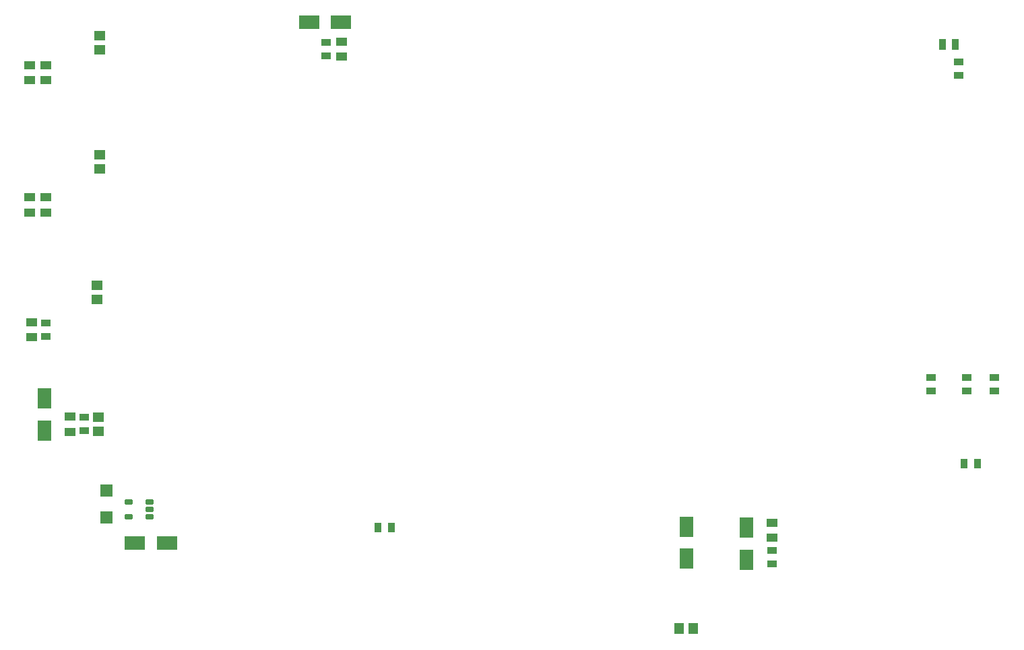
<source format=gbp>
%FSAX43Y43*%
%MOMM*%
G71*
G01*
G75*
G04 Layer_Color=128*
%ADD10R,1.450X1.150*%
%ADD11R,1.300X0.850*%
%ADD12R,1.350X0.950*%
%ADD13R,1.400X1.050*%
%ADD14R,1.500X1.250*%
%ADD15R,0.950X1.350*%
%ADD16O,2.050X0.600*%
%ADD17R,1.050X1.400*%
%ADD18R,0.850X1.300*%
%ADD19O,2.200X0.600*%
%ADD20R,1.250X1.500*%
%ADD21R,1.150X1.450*%
%ADD22R,1.400X1.200*%
%ADD23R,1.550X1.350*%
%ADD24R,1.350X1.550*%
%ADD25O,1.900X0.450*%
G04:AMPARAMS|DCode=26|XSize=5.5mm|YSize=1.5mm|CornerRadius=0.188mm|HoleSize=0mm|Usage=FLASHONLY|Rotation=180.000|XOffset=0mm|YOffset=0mm|HoleType=Round|Shape=RoundedRectangle|*
%AMROUNDEDRECTD26*
21,1,5.500,1.125,0,0,180.0*
21,1,5.125,1.500,0,0,180.0*
1,1,0.375,-2.563,0.563*
1,1,0.375,2.563,0.563*
1,1,0.375,2.563,-0.563*
1,1,0.375,-2.563,-0.563*
%
%ADD26ROUNDEDRECTD26*%
%ADD27R,1.800X0.600*%
%ADD28R,0.900X1.000*%
%ADD29R,1.200X1.400*%
%ADD30R,1.000X0.900*%
%ADD31R,5.400X1.550*%
%ADD32R,1.700X0.950*%
%ADD33R,1.900X0.900*%
%ADD34R,1.900X3.200*%
%ADD35R,1.524X1.524*%
G04:AMPARAMS|DCode=36|XSize=0.6mm|YSize=1mm|CornerRadius=0.075mm|HoleSize=0mm|Usage=FLASHONLY|Rotation=0.000|XOffset=0mm|YOffset=0mm|HoleType=Round|Shape=RoundedRectangle|*
%AMROUNDEDRECTD36*
21,1,0.600,0.850,0,0,0.0*
21,1,0.450,1.000,0,0,0.0*
1,1,0.150,0.225,-0.425*
1,1,0.150,-0.225,-0.425*
1,1,0.150,-0.225,0.425*
1,1,0.150,0.225,0.425*
%
%ADD36ROUNDEDRECTD36*%
%ADD37O,0.250X1.550*%
%ADD38O,1.550X0.250*%
%ADD39O,0.450X2.400*%
%ADD40C,0.250*%
%ADD41C,0.500*%
%ADD42C,0.450*%
%ADD43C,1.000*%
%ADD44C,0.750*%
%ADD45C,0.254*%
%ADD46R,1.500X1.500*%
%ADD47C,1.500*%
%ADD48C,3.000*%
%ADD49R,2.000X2.500*%
%ADD50O,2.000X2.500*%
%ADD51C,1.400*%
%ADD52R,1.500X1.500*%
%ADD53C,1.800*%
%ADD54C,8.000*%
%ADD55R,2.500X2.000*%
%ADD56O,2.500X2.000*%
%ADD57R,1.500X1.500*%
%ADD58C,2.950*%
%ADD59C,1.500*%
%ADD60C,1.270*%
%ADD61C,1.016*%
%ADD62C,1.016*%
%ADD63C,1.900*%
%ADD64C,2.500*%
G04:AMPARAMS|DCode=65|XSize=3.2mm|YSize=3.2mm|CornerRadius=0mm|HoleSize=0mm|Usage=FLASHONLY|Rotation=0.000|XOffset=0mm|YOffset=0mm|HoleType=Round|Shape=Relief|Width=0.3mm|Gap=0.3mm|Entries=4|*
%AMTHD65*
7,0,0,3.200,2.600,0.300,45*
%
%ADD65THD65*%
%ADD66C,2.100*%
G04:AMPARAMS|DCode=67|XSize=2.7mm|YSize=2.7mm|CornerRadius=0mm|HoleSize=0mm|Usage=FLASHONLY|Rotation=0.000|XOffset=0mm|YOffset=0mm|HoleType=Round|Shape=Relief|Width=0.3mm|Gap=0.3mm|Entries=4|*
%AMTHD67*
7,0,0,2.700,2.100,0.300,45*
%
%ADD67THD67*%
%ADD68C,1.850*%
G04:AMPARAMS|DCode=69|XSize=2.5mm|YSize=2.5mm|CornerRadius=0mm|HoleSize=0mm|Usage=FLASHONLY|Rotation=0.000|XOffset=0mm|YOffset=0mm|HoleType=Round|Shape=Relief|Width=0.3mm|Gap=0.3mm|Entries=4|*
%AMTHD69*
7,0,0,2.500,1.900,0.300,45*
%
%ADD69THD69*%
%ADD70C,2.000*%
%ADD71C,1.600*%
G04:AMPARAMS|DCode=72|XSize=2.2mm|YSize=2.2mm|CornerRadius=0mm|HoleSize=0mm|Usage=FLASHONLY|Rotation=0.000|XOffset=0mm|YOffset=0mm|HoleType=Round|Shape=Relief|Width=0.3mm|Gap=0.3mm|Entries=4|*
%AMTHD72*
7,0,0,2.200,1.600,0.300,45*
%
%ADD72THD72*%
%ADD73C,4.500*%
%ADD74C,1.900*%
%ADD75C,4.250*%
G04:AMPARAMS|DCode=76|XSize=2.5mm|YSize=2.5mm|CornerRadius=0mm|HoleSize=0mm|Usage=FLASHONLY|Rotation=0.000|XOffset=0mm|YOffset=0mm|HoleType=Round|Shape=Relief|Width=0.3mm|Gap=0.3mm|Entries=4|*
%AMTHD76*
7,0,0,2.500,1.900,0.300,45*
%
%ADD76THD76*%
%ADD77C,2.600*%
G04:AMPARAMS|DCode=78|XSize=2.45mm|YSize=2.45mm|CornerRadius=0mm|HoleSize=0mm|Usage=FLASHONLY|Rotation=0.000|XOffset=0mm|YOffset=0mm|HoleType=Round|Shape=Relief|Width=0.3mm|Gap=0.3mm|Entries=4|*
%AMTHD78*
7,0,0,2.450,1.850,0.300,45*
%
%ADD78THD78*%
%ADD79R,2.500X1.700*%
%ADD80R,1.700X2.500*%
G04:AMPARAMS|DCode=81|XSize=0.6mm|YSize=1mm|CornerRadius=0.075mm|HoleSize=0mm|Usage=FLASHONLY|Rotation=270.000|XOffset=0mm|YOffset=0mm|HoleType=Round|Shape=RoundedRectangle|*
%AMROUNDEDRECTD81*
21,1,0.600,0.850,0,0,270.0*
21,1,0.450,1.000,0,0,270.0*
1,1,0.150,-0.425,-0.225*
1,1,0.150,-0.425,0.225*
1,1,0.150,0.425,0.225*
1,1,0.150,0.425,-0.225*
%
%ADD81ROUNDEDRECTD81*%
%ADD82R,1.524X1.524*%
%ADD83C,0.600*%
%ADD84C,0.400*%
%ADD85C,0.200*%
%ADD86C,0.203*%
%ADD87C,0.127*%
%ADD88C,0.305*%
%ADD89R,1.800X1.600*%
%ADD90R,1.600X1.800*%
%ADD91R,1.700X1.400*%
%ADD92R,1.550X1.100*%
%ADD93R,1.600X1.200*%
%ADD94R,1.650X1.300*%
%ADD95R,1.750X1.500*%
%ADD96R,1.200X1.600*%
%ADD97O,2.300X0.850*%
%ADD98R,1.300X1.650*%
%ADD99R,1.100X1.550*%
%ADD100O,2.450X0.850*%
%ADD101R,1.500X1.750*%
%ADD102R,1.400X1.700*%
%ADD103R,1.650X1.450*%
%ADD104R,1.800X1.600*%
%ADD105R,1.600X1.800*%
%ADD106O,2.150X0.700*%
G04:AMPARAMS|DCode=107|XSize=5.75mm|YSize=1.75mm|CornerRadius=0.313mm|HoleSize=0mm|Usage=FLASHONLY|Rotation=180.000|XOffset=0mm|YOffset=0mm|HoleType=Round|Shape=RoundedRectangle|*
%AMROUNDEDRECTD107*
21,1,5.750,1.125,0,0,180.0*
21,1,5.125,1.750,0,0,180.0*
1,1,0.625,-2.563,0.563*
1,1,0.625,2.563,0.563*
1,1,0.625,2.563,-0.563*
1,1,0.625,-2.563,-0.563*
%
%ADD107ROUNDEDRECTD107*%
%ADD108R,2.050X0.850*%
%ADD109R,1.150X1.250*%
%ADD110R,1.450X1.650*%
%ADD111R,1.250X1.150*%
%ADD112R,5.650X1.800*%
%ADD113R,1.950X1.200*%
%ADD114R,2.150X1.150*%
%ADD115R,2.150X3.450*%
%ADD116R,1.774X1.774*%
G04:AMPARAMS|DCode=117|XSize=0.85mm|YSize=1.25mm|CornerRadius=0.2mm|HoleSize=0mm|Usage=FLASHONLY|Rotation=0.000|XOffset=0mm|YOffset=0mm|HoleType=Round|Shape=RoundedRectangle|*
%AMROUNDEDRECTD117*
21,1,0.850,0.850,0,0,0.0*
21,1,0.450,1.250,0,0,0.0*
1,1,0.400,0.225,-0.425*
1,1,0.400,-0.225,-0.425*
1,1,0.400,-0.225,0.425*
1,1,0.400,0.225,0.425*
%
%ADD117ROUNDEDRECTD117*%
%ADD118O,0.500X1.800*%
%ADD119O,1.800X0.500*%
%ADD120O,0.700X2.650*%
%ADD121R,1.750X1.750*%
%ADD122C,1.750*%
%ADD123C,3.250*%
%ADD124R,2.250X2.750*%
%ADD125O,2.250X2.750*%
%ADD126C,1.650*%
%ADD127R,1.750X1.750*%
%ADD128C,2.050*%
%ADD129C,8.250*%
%ADD130R,2.750X2.250*%
%ADD131O,2.750X2.250*%
%ADD132R,1.750X1.750*%
%ADD133C,3.200*%
%ADD134C,1.750*%
%ADD135C,1.520*%
%ADD136R,2.750X1.950*%
%ADD137R,1.950X2.750*%
G04:AMPARAMS|DCode=138|XSize=0.85mm|YSize=1.25mm|CornerRadius=0.2mm|HoleSize=0mm|Usage=FLASHONLY|Rotation=270.000|XOffset=0mm|YOffset=0mm|HoleType=Round|Shape=RoundedRectangle|*
%AMROUNDEDRECTD138*
21,1,0.850,0.850,0,0,270.0*
21,1,0.450,1.250,0,0,270.0*
1,1,0.400,-0.425,-0.225*
1,1,0.400,-0.425,0.225*
1,1,0.400,0.425,0.225*
1,1,0.400,0.425,-0.225*
%
%ADD138ROUNDEDRECTD138*%
%ADD139R,1.774X1.774*%
D10*
X0220200Y0186240D02*
D03*
Y0188040D02*
D03*
X0220600Y0202640D02*
D03*
Y0204440D02*
D03*
Y0217640D02*
D03*
Y0219440D02*
D03*
X0220400Y0169640D02*
D03*
Y0171440D02*
D03*
D11*
X0329500Y0176390D02*
D03*
Y0174690D02*
D03*
X0333000Y0176390D02*
D03*
Y0174690D02*
D03*
X0249000Y0216890D02*
D03*
Y0218590D02*
D03*
X0325000Y0176390D02*
D03*
Y0174690D02*
D03*
X0305100Y0154640D02*
D03*
Y0152940D02*
D03*
X0213800Y0181590D02*
D03*
Y0183290D02*
D03*
X0218600Y0169690D02*
D03*
Y0171390D02*
D03*
X0328500Y0216140D02*
D03*
Y0214440D02*
D03*
D13*
X0251000Y0216790D02*
D03*
Y0218690D02*
D03*
X0305100Y0156240D02*
D03*
Y0158140D02*
D03*
X0211800Y0213790D02*
D03*
Y0215690D02*
D03*
X0213800Y0215690D02*
D03*
Y0213790D02*
D03*
X0211797Y0197181D02*
D03*
Y0199081D02*
D03*
X0213820Y0199069D02*
D03*
Y0197169D02*
D03*
X0212000Y0181490D02*
D03*
Y0183390D02*
D03*
X0216800Y0169590D02*
D03*
Y0171490D02*
D03*
D15*
X0328050Y0218290D02*
D03*
X0326450D02*
D03*
D18*
X0330850Y0165540D02*
D03*
X0329150D02*
D03*
X0255525Y0157515D02*
D03*
X0257225D02*
D03*
D21*
X0295150Y0144790D02*
D03*
X0293350D02*
D03*
D79*
X0246910Y0221110D02*
D03*
X0250910D02*
D03*
X0229000Y0155540D02*
D03*
X0225000D02*
D03*
D80*
X0301840Y0153500D02*
D03*
Y0157500D02*
D03*
X0294300Y0157590D02*
D03*
Y0153590D02*
D03*
X0213600Y0173740D02*
D03*
Y0169740D02*
D03*
D81*
X0224195Y0160740D02*
D03*
X0226795Y0158840D02*
D03*
Y0159790D02*
D03*
Y0160740D02*
D03*
X0224195Y0158840D02*
D03*
D82*
X0221380Y0162200D02*
D03*
Y0158771D02*
D03*
M02*

</source>
